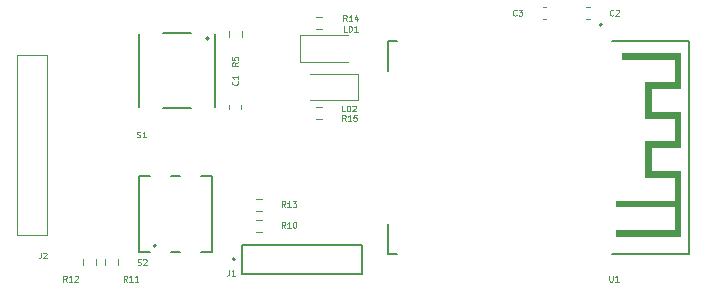
<source format=gbr>
%TF.GenerationSoftware,KiCad,Pcbnew,8.0.5*%
%TF.CreationDate,2024-11-30T18:41:16+03:00*%
%TF.ProjectId,pmod_esp32_4_layer.kicad_sch,706d6f64-5f65-4737-9033-325f345f6c61,rev?*%
%TF.SameCoordinates,Original*%
%TF.FileFunction,Legend,Top*%
%TF.FilePolarity,Positive*%
%FSLAX46Y46*%
G04 Gerber Fmt 4.6, Leading zero omitted, Abs format (unit mm)*
G04 Created by KiCad (PCBNEW 8.0.5) date 2024-11-30 18:41:16*
%MOMM*%
%LPD*%
G01*
G04 APERTURE LIST*
%ADD10C,0.100000*%
%ADD11C,0.120000*%
%ADD12C,0.127000*%
%ADD13C,0.200000*%
%ADD14C,0.010000*%
G04 APERTURE END LIST*
D10*
X148266071Y-111676109D02*
X148099405Y-111438014D01*
X147980357Y-111676109D02*
X147980357Y-111176109D01*
X147980357Y-111176109D02*
X148170833Y-111176109D01*
X148170833Y-111176109D02*
X148218452Y-111199919D01*
X148218452Y-111199919D02*
X148242262Y-111223728D01*
X148242262Y-111223728D02*
X148266071Y-111271347D01*
X148266071Y-111271347D02*
X148266071Y-111342776D01*
X148266071Y-111342776D02*
X148242262Y-111390395D01*
X148242262Y-111390395D02*
X148218452Y-111414204D01*
X148218452Y-111414204D02*
X148170833Y-111438014D01*
X148170833Y-111438014D02*
X147980357Y-111438014D01*
X148742262Y-111676109D02*
X148456548Y-111676109D01*
X148599405Y-111676109D02*
X148599405Y-111176109D01*
X148599405Y-111176109D02*
X148551786Y-111247538D01*
X148551786Y-111247538D02*
X148504167Y-111295157D01*
X148504167Y-111295157D02*
X148456548Y-111318966D01*
X149051785Y-111176109D02*
X149099404Y-111176109D01*
X149099404Y-111176109D02*
X149147023Y-111199919D01*
X149147023Y-111199919D02*
X149170833Y-111223728D01*
X149170833Y-111223728D02*
X149194642Y-111271347D01*
X149194642Y-111271347D02*
X149218452Y-111366585D01*
X149218452Y-111366585D02*
X149218452Y-111485633D01*
X149218452Y-111485633D02*
X149194642Y-111580871D01*
X149194642Y-111580871D02*
X149170833Y-111628490D01*
X149170833Y-111628490D02*
X149147023Y-111652300D01*
X149147023Y-111652300D02*
X149099404Y-111676109D01*
X149099404Y-111676109D02*
X149051785Y-111676109D01*
X149051785Y-111676109D02*
X149004166Y-111652300D01*
X149004166Y-111652300D02*
X148980357Y-111628490D01*
X148980357Y-111628490D02*
X148956547Y-111580871D01*
X148956547Y-111580871D02*
X148932738Y-111485633D01*
X148932738Y-111485633D02*
X148932738Y-111366585D01*
X148932738Y-111366585D02*
X148956547Y-111271347D01*
X148956547Y-111271347D02*
X148980357Y-111223728D01*
X148980357Y-111223728D02*
X149004166Y-111199919D01*
X149004166Y-111199919D02*
X149051785Y-111176109D01*
X148266071Y-109926109D02*
X148099405Y-109688014D01*
X147980357Y-109926109D02*
X147980357Y-109426109D01*
X147980357Y-109426109D02*
X148170833Y-109426109D01*
X148170833Y-109426109D02*
X148218452Y-109449919D01*
X148218452Y-109449919D02*
X148242262Y-109473728D01*
X148242262Y-109473728D02*
X148266071Y-109521347D01*
X148266071Y-109521347D02*
X148266071Y-109592776D01*
X148266071Y-109592776D02*
X148242262Y-109640395D01*
X148242262Y-109640395D02*
X148218452Y-109664204D01*
X148218452Y-109664204D02*
X148170833Y-109688014D01*
X148170833Y-109688014D02*
X147980357Y-109688014D01*
X148742262Y-109926109D02*
X148456548Y-109926109D01*
X148599405Y-109926109D02*
X148599405Y-109426109D01*
X148599405Y-109426109D02*
X148551786Y-109497538D01*
X148551786Y-109497538D02*
X148504167Y-109545157D01*
X148504167Y-109545157D02*
X148456548Y-109568966D01*
X148908928Y-109426109D02*
X149218452Y-109426109D01*
X149218452Y-109426109D02*
X149051785Y-109616585D01*
X149051785Y-109616585D02*
X149123214Y-109616585D01*
X149123214Y-109616585D02*
X149170833Y-109640395D01*
X149170833Y-109640395D02*
X149194642Y-109664204D01*
X149194642Y-109664204D02*
X149218452Y-109711823D01*
X149218452Y-109711823D02*
X149218452Y-109830871D01*
X149218452Y-109830871D02*
X149194642Y-109878490D01*
X149194642Y-109878490D02*
X149170833Y-109902300D01*
X149170833Y-109902300D02*
X149123214Y-109926109D01*
X149123214Y-109926109D02*
X148980357Y-109926109D01*
X148980357Y-109926109D02*
X148932738Y-109902300D01*
X148932738Y-109902300D02*
X148908928Y-109878490D01*
X134878571Y-116226109D02*
X134711905Y-115988014D01*
X134592857Y-116226109D02*
X134592857Y-115726109D01*
X134592857Y-115726109D02*
X134783333Y-115726109D01*
X134783333Y-115726109D02*
X134830952Y-115749919D01*
X134830952Y-115749919D02*
X134854762Y-115773728D01*
X134854762Y-115773728D02*
X134878571Y-115821347D01*
X134878571Y-115821347D02*
X134878571Y-115892776D01*
X134878571Y-115892776D02*
X134854762Y-115940395D01*
X134854762Y-115940395D02*
X134830952Y-115964204D01*
X134830952Y-115964204D02*
X134783333Y-115988014D01*
X134783333Y-115988014D02*
X134592857Y-115988014D01*
X135354762Y-116226109D02*
X135069048Y-116226109D01*
X135211905Y-116226109D02*
X135211905Y-115726109D01*
X135211905Y-115726109D02*
X135164286Y-115797538D01*
X135164286Y-115797538D02*
X135116667Y-115845157D01*
X135116667Y-115845157D02*
X135069048Y-115868966D01*
X135830952Y-116226109D02*
X135545238Y-116226109D01*
X135688095Y-116226109D02*
X135688095Y-115726109D01*
X135688095Y-115726109D02*
X135640476Y-115797538D01*
X135640476Y-115797538D02*
X135592857Y-115845157D01*
X135592857Y-115845157D02*
X135545238Y-115868966D01*
X167854166Y-93678490D02*
X167830357Y-93702300D01*
X167830357Y-93702300D02*
X167758928Y-93726109D01*
X167758928Y-93726109D02*
X167711309Y-93726109D01*
X167711309Y-93726109D02*
X167639881Y-93702300D01*
X167639881Y-93702300D02*
X167592262Y-93654680D01*
X167592262Y-93654680D02*
X167568452Y-93607061D01*
X167568452Y-93607061D02*
X167544643Y-93511823D01*
X167544643Y-93511823D02*
X167544643Y-93440395D01*
X167544643Y-93440395D02*
X167568452Y-93345157D01*
X167568452Y-93345157D02*
X167592262Y-93297538D01*
X167592262Y-93297538D02*
X167639881Y-93249919D01*
X167639881Y-93249919D02*
X167711309Y-93226109D01*
X167711309Y-93226109D02*
X167758928Y-93226109D01*
X167758928Y-93226109D02*
X167830357Y-93249919D01*
X167830357Y-93249919D02*
X167854166Y-93273728D01*
X168020833Y-93226109D02*
X168330357Y-93226109D01*
X168330357Y-93226109D02*
X168163690Y-93416585D01*
X168163690Y-93416585D02*
X168235119Y-93416585D01*
X168235119Y-93416585D02*
X168282738Y-93440395D01*
X168282738Y-93440395D02*
X168306547Y-93464204D01*
X168306547Y-93464204D02*
X168330357Y-93511823D01*
X168330357Y-93511823D02*
X168330357Y-93630871D01*
X168330357Y-93630871D02*
X168306547Y-93678490D01*
X168306547Y-93678490D02*
X168282738Y-93702300D01*
X168282738Y-93702300D02*
X168235119Y-93726109D01*
X168235119Y-93726109D02*
X168092262Y-93726109D01*
X168092262Y-93726109D02*
X168044643Y-93702300D01*
X168044643Y-93702300D02*
X168020833Y-93678490D01*
X175706547Y-115726109D02*
X175706547Y-116130871D01*
X175706547Y-116130871D02*
X175730357Y-116178490D01*
X175730357Y-116178490D02*
X175754166Y-116202300D01*
X175754166Y-116202300D02*
X175801785Y-116226109D01*
X175801785Y-116226109D02*
X175897023Y-116226109D01*
X175897023Y-116226109D02*
X175944642Y-116202300D01*
X175944642Y-116202300D02*
X175968452Y-116178490D01*
X175968452Y-116178490D02*
X175992261Y-116130871D01*
X175992261Y-116130871D02*
X175992261Y-115726109D01*
X176492262Y-116226109D02*
X176206548Y-116226109D01*
X176349405Y-116226109D02*
X176349405Y-115726109D01*
X176349405Y-115726109D02*
X176301786Y-115797538D01*
X176301786Y-115797538D02*
X176254167Y-115845157D01*
X176254167Y-115845157D02*
X176206548Y-115868966D01*
X129778571Y-116226109D02*
X129611905Y-115988014D01*
X129492857Y-116226109D02*
X129492857Y-115726109D01*
X129492857Y-115726109D02*
X129683333Y-115726109D01*
X129683333Y-115726109D02*
X129730952Y-115749919D01*
X129730952Y-115749919D02*
X129754762Y-115773728D01*
X129754762Y-115773728D02*
X129778571Y-115821347D01*
X129778571Y-115821347D02*
X129778571Y-115892776D01*
X129778571Y-115892776D02*
X129754762Y-115940395D01*
X129754762Y-115940395D02*
X129730952Y-115964204D01*
X129730952Y-115964204D02*
X129683333Y-115988014D01*
X129683333Y-115988014D02*
X129492857Y-115988014D01*
X130254762Y-116226109D02*
X129969048Y-116226109D01*
X130111905Y-116226109D02*
X130111905Y-115726109D01*
X130111905Y-115726109D02*
X130064286Y-115797538D01*
X130064286Y-115797538D02*
X130016667Y-115845157D01*
X130016667Y-115845157D02*
X129969048Y-115868966D01*
X130445238Y-115773728D02*
X130469047Y-115749919D01*
X130469047Y-115749919D02*
X130516666Y-115726109D01*
X130516666Y-115726109D02*
X130635714Y-115726109D01*
X130635714Y-115726109D02*
X130683333Y-115749919D01*
X130683333Y-115749919D02*
X130707142Y-115773728D01*
X130707142Y-115773728D02*
X130730952Y-115821347D01*
X130730952Y-115821347D02*
X130730952Y-115868966D01*
X130730952Y-115868966D02*
X130707142Y-115940395D01*
X130707142Y-115940395D02*
X130421428Y-116226109D01*
X130421428Y-116226109D02*
X130730952Y-116226109D01*
X144228490Y-99283333D02*
X144252300Y-99307142D01*
X144252300Y-99307142D02*
X144276109Y-99378571D01*
X144276109Y-99378571D02*
X144276109Y-99426190D01*
X144276109Y-99426190D02*
X144252300Y-99497618D01*
X144252300Y-99497618D02*
X144204680Y-99545237D01*
X144204680Y-99545237D02*
X144157061Y-99569047D01*
X144157061Y-99569047D02*
X144061823Y-99592856D01*
X144061823Y-99592856D02*
X143990395Y-99592856D01*
X143990395Y-99592856D02*
X143895157Y-99569047D01*
X143895157Y-99569047D02*
X143847538Y-99545237D01*
X143847538Y-99545237D02*
X143799919Y-99497618D01*
X143799919Y-99497618D02*
X143776109Y-99426190D01*
X143776109Y-99426190D02*
X143776109Y-99378571D01*
X143776109Y-99378571D02*
X143799919Y-99307142D01*
X143799919Y-99307142D02*
X143823728Y-99283333D01*
X144276109Y-98807142D02*
X144276109Y-99092856D01*
X144276109Y-98949999D02*
X143776109Y-98949999D01*
X143776109Y-98949999D02*
X143847538Y-98997618D01*
X143847538Y-98997618D02*
X143895157Y-99045237D01*
X143895157Y-99045237D02*
X143918966Y-99092856D01*
X127570833Y-113776109D02*
X127570833Y-114133252D01*
X127570833Y-114133252D02*
X127547024Y-114204680D01*
X127547024Y-114204680D02*
X127499405Y-114252300D01*
X127499405Y-114252300D02*
X127427976Y-114276109D01*
X127427976Y-114276109D02*
X127380357Y-114276109D01*
X127785119Y-113823728D02*
X127808928Y-113799919D01*
X127808928Y-113799919D02*
X127856547Y-113776109D01*
X127856547Y-113776109D02*
X127975595Y-113776109D01*
X127975595Y-113776109D02*
X128023214Y-113799919D01*
X128023214Y-113799919D02*
X128047023Y-113823728D01*
X128047023Y-113823728D02*
X128070833Y-113871347D01*
X128070833Y-113871347D02*
X128070833Y-113918966D01*
X128070833Y-113918966D02*
X128047023Y-113990395D01*
X128047023Y-113990395D02*
X127761309Y-114276109D01*
X127761309Y-114276109D02*
X128070833Y-114276109D01*
X144276109Y-97683333D02*
X144038014Y-97849999D01*
X144276109Y-97969047D02*
X143776109Y-97969047D01*
X143776109Y-97969047D02*
X143776109Y-97778571D01*
X143776109Y-97778571D02*
X143799919Y-97730952D01*
X143799919Y-97730952D02*
X143823728Y-97707142D01*
X143823728Y-97707142D02*
X143871347Y-97683333D01*
X143871347Y-97683333D02*
X143942776Y-97683333D01*
X143942776Y-97683333D02*
X143990395Y-97707142D01*
X143990395Y-97707142D02*
X144014204Y-97730952D01*
X144014204Y-97730952D02*
X144038014Y-97778571D01*
X144038014Y-97778571D02*
X144038014Y-97969047D01*
X143776109Y-97230952D02*
X143776109Y-97469047D01*
X143776109Y-97469047D02*
X144014204Y-97492856D01*
X144014204Y-97492856D02*
X143990395Y-97469047D01*
X143990395Y-97469047D02*
X143966585Y-97421428D01*
X143966585Y-97421428D02*
X143966585Y-97302380D01*
X143966585Y-97302380D02*
X143990395Y-97254761D01*
X143990395Y-97254761D02*
X144014204Y-97230952D01*
X144014204Y-97230952D02*
X144061823Y-97207142D01*
X144061823Y-97207142D02*
X144180871Y-97207142D01*
X144180871Y-97207142D02*
X144228490Y-97230952D01*
X144228490Y-97230952D02*
X144252300Y-97254761D01*
X144252300Y-97254761D02*
X144276109Y-97302380D01*
X144276109Y-97302380D02*
X144276109Y-97421428D01*
X144276109Y-97421428D02*
X144252300Y-97469047D01*
X144252300Y-97469047D02*
X144228490Y-97492856D01*
X153316666Y-101826109D02*
X153078571Y-101826109D01*
X153078571Y-101826109D02*
X153078571Y-101326109D01*
X153483333Y-101826109D02*
X153483333Y-101326109D01*
X153483333Y-101326109D02*
X153602381Y-101326109D01*
X153602381Y-101326109D02*
X153673809Y-101349919D01*
X153673809Y-101349919D02*
X153721428Y-101397538D01*
X153721428Y-101397538D02*
X153745238Y-101445157D01*
X153745238Y-101445157D02*
X153769047Y-101540395D01*
X153769047Y-101540395D02*
X153769047Y-101611823D01*
X153769047Y-101611823D02*
X153745238Y-101707061D01*
X153745238Y-101707061D02*
X153721428Y-101754680D01*
X153721428Y-101754680D02*
X153673809Y-101802300D01*
X153673809Y-101802300D02*
X153602381Y-101826109D01*
X153602381Y-101826109D02*
X153483333Y-101826109D01*
X153959524Y-101373728D02*
X153983333Y-101349919D01*
X153983333Y-101349919D02*
X154030952Y-101326109D01*
X154030952Y-101326109D02*
X154150000Y-101326109D01*
X154150000Y-101326109D02*
X154197619Y-101349919D01*
X154197619Y-101349919D02*
X154221428Y-101373728D01*
X154221428Y-101373728D02*
X154245238Y-101421347D01*
X154245238Y-101421347D02*
X154245238Y-101468966D01*
X154245238Y-101468966D02*
X154221428Y-101540395D01*
X154221428Y-101540395D02*
X153935714Y-101826109D01*
X153935714Y-101826109D02*
X154245238Y-101826109D01*
X153378571Y-102626109D02*
X153211905Y-102388014D01*
X153092857Y-102626109D02*
X153092857Y-102126109D01*
X153092857Y-102126109D02*
X153283333Y-102126109D01*
X153283333Y-102126109D02*
X153330952Y-102149919D01*
X153330952Y-102149919D02*
X153354762Y-102173728D01*
X153354762Y-102173728D02*
X153378571Y-102221347D01*
X153378571Y-102221347D02*
X153378571Y-102292776D01*
X153378571Y-102292776D02*
X153354762Y-102340395D01*
X153354762Y-102340395D02*
X153330952Y-102364204D01*
X153330952Y-102364204D02*
X153283333Y-102388014D01*
X153283333Y-102388014D02*
X153092857Y-102388014D01*
X153854762Y-102626109D02*
X153569048Y-102626109D01*
X153711905Y-102626109D02*
X153711905Y-102126109D01*
X153711905Y-102126109D02*
X153664286Y-102197538D01*
X153664286Y-102197538D02*
X153616667Y-102245157D01*
X153616667Y-102245157D02*
X153569048Y-102268966D01*
X154307142Y-102126109D02*
X154069047Y-102126109D01*
X154069047Y-102126109D02*
X154045238Y-102364204D01*
X154045238Y-102364204D02*
X154069047Y-102340395D01*
X154069047Y-102340395D02*
X154116666Y-102316585D01*
X154116666Y-102316585D02*
X154235714Y-102316585D01*
X154235714Y-102316585D02*
X154283333Y-102340395D01*
X154283333Y-102340395D02*
X154307142Y-102364204D01*
X154307142Y-102364204D02*
X154330952Y-102411823D01*
X154330952Y-102411823D02*
X154330952Y-102530871D01*
X154330952Y-102530871D02*
X154307142Y-102578490D01*
X154307142Y-102578490D02*
X154283333Y-102602300D01*
X154283333Y-102602300D02*
X154235714Y-102626109D01*
X154235714Y-102626109D02*
X154116666Y-102626109D01*
X154116666Y-102626109D02*
X154069047Y-102602300D01*
X154069047Y-102602300D02*
X154045238Y-102578490D01*
X153478571Y-94176109D02*
X153311905Y-93938014D01*
X153192857Y-94176109D02*
X153192857Y-93676109D01*
X153192857Y-93676109D02*
X153383333Y-93676109D01*
X153383333Y-93676109D02*
X153430952Y-93699919D01*
X153430952Y-93699919D02*
X153454762Y-93723728D01*
X153454762Y-93723728D02*
X153478571Y-93771347D01*
X153478571Y-93771347D02*
X153478571Y-93842776D01*
X153478571Y-93842776D02*
X153454762Y-93890395D01*
X153454762Y-93890395D02*
X153430952Y-93914204D01*
X153430952Y-93914204D02*
X153383333Y-93938014D01*
X153383333Y-93938014D02*
X153192857Y-93938014D01*
X153954762Y-94176109D02*
X153669048Y-94176109D01*
X153811905Y-94176109D02*
X153811905Y-93676109D01*
X153811905Y-93676109D02*
X153764286Y-93747538D01*
X153764286Y-93747538D02*
X153716667Y-93795157D01*
X153716667Y-93795157D02*
X153669048Y-93818966D01*
X154383333Y-93842776D02*
X154383333Y-94176109D01*
X154264285Y-93652300D02*
X154145238Y-94009442D01*
X154145238Y-94009442D02*
X154454761Y-94009442D01*
X135766548Y-114802300D02*
X135837976Y-114826109D01*
X135837976Y-114826109D02*
X135957024Y-114826109D01*
X135957024Y-114826109D02*
X136004643Y-114802300D01*
X136004643Y-114802300D02*
X136028452Y-114778490D01*
X136028452Y-114778490D02*
X136052262Y-114730871D01*
X136052262Y-114730871D02*
X136052262Y-114683252D01*
X136052262Y-114683252D02*
X136028452Y-114635633D01*
X136028452Y-114635633D02*
X136004643Y-114611823D01*
X136004643Y-114611823D02*
X135957024Y-114588014D01*
X135957024Y-114588014D02*
X135861786Y-114564204D01*
X135861786Y-114564204D02*
X135814167Y-114540395D01*
X135814167Y-114540395D02*
X135790357Y-114516585D01*
X135790357Y-114516585D02*
X135766548Y-114468966D01*
X135766548Y-114468966D02*
X135766548Y-114421347D01*
X135766548Y-114421347D02*
X135790357Y-114373728D01*
X135790357Y-114373728D02*
X135814167Y-114349919D01*
X135814167Y-114349919D02*
X135861786Y-114326109D01*
X135861786Y-114326109D02*
X135980833Y-114326109D01*
X135980833Y-114326109D02*
X136052262Y-114349919D01*
X136242738Y-114373728D02*
X136266547Y-114349919D01*
X136266547Y-114349919D02*
X136314166Y-114326109D01*
X136314166Y-114326109D02*
X136433214Y-114326109D01*
X136433214Y-114326109D02*
X136480833Y-114349919D01*
X136480833Y-114349919D02*
X136504642Y-114373728D01*
X136504642Y-114373728D02*
X136528452Y-114421347D01*
X136528452Y-114421347D02*
X136528452Y-114468966D01*
X136528452Y-114468966D02*
X136504642Y-114540395D01*
X136504642Y-114540395D02*
X136218928Y-114826109D01*
X136218928Y-114826109D02*
X136528452Y-114826109D01*
X135719048Y-104002300D02*
X135790476Y-104026109D01*
X135790476Y-104026109D02*
X135909524Y-104026109D01*
X135909524Y-104026109D02*
X135957143Y-104002300D01*
X135957143Y-104002300D02*
X135980952Y-103978490D01*
X135980952Y-103978490D02*
X136004762Y-103930871D01*
X136004762Y-103930871D02*
X136004762Y-103883252D01*
X136004762Y-103883252D02*
X135980952Y-103835633D01*
X135980952Y-103835633D02*
X135957143Y-103811823D01*
X135957143Y-103811823D02*
X135909524Y-103788014D01*
X135909524Y-103788014D02*
X135814286Y-103764204D01*
X135814286Y-103764204D02*
X135766667Y-103740395D01*
X135766667Y-103740395D02*
X135742857Y-103716585D01*
X135742857Y-103716585D02*
X135719048Y-103668966D01*
X135719048Y-103668966D02*
X135719048Y-103621347D01*
X135719048Y-103621347D02*
X135742857Y-103573728D01*
X135742857Y-103573728D02*
X135766667Y-103549919D01*
X135766667Y-103549919D02*
X135814286Y-103526109D01*
X135814286Y-103526109D02*
X135933333Y-103526109D01*
X135933333Y-103526109D02*
X136004762Y-103549919D01*
X136480952Y-104026109D02*
X136195238Y-104026109D01*
X136338095Y-104026109D02*
X136338095Y-103526109D01*
X136338095Y-103526109D02*
X136290476Y-103597538D01*
X136290476Y-103597538D02*
X136242857Y-103645157D01*
X136242857Y-103645157D02*
X136195238Y-103668966D01*
X176054166Y-93678490D02*
X176030357Y-93702300D01*
X176030357Y-93702300D02*
X175958928Y-93726109D01*
X175958928Y-93726109D02*
X175911309Y-93726109D01*
X175911309Y-93726109D02*
X175839881Y-93702300D01*
X175839881Y-93702300D02*
X175792262Y-93654680D01*
X175792262Y-93654680D02*
X175768452Y-93607061D01*
X175768452Y-93607061D02*
X175744643Y-93511823D01*
X175744643Y-93511823D02*
X175744643Y-93440395D01*
X175744643Y-93440395D02*
X175768452Y-93345157D01*
X175768452Y-93345157D02*
X175792262Y-93297538D01*
X175792262Y-93297538D02*
X175839881Y-93249919D01*
X175839881Y-93249919D02*
X175911309Y-93226109D01*
X175911309Y-93226109D02*
X175958928Y-93226109D01*
X175958928Y-93226109D02*
X176030357Y-93249919D01*
X176030357Y-93249919D02*
X176054166Y-93273728D01*
X176244643Y-93273728D02*
X176268452Y-93249919D01*
X176268452Y-93249919D02*
X176316071Y-93226109D01*
X176316071Y-93226109D02*
X176435119Y-93226109D01*
X176435119Y-93226109D02*
X176482738Y-93249919D01*
X176482738Y-93249919D02*
X176506547Y-93273728D01*
X176506547Y-93273728D02*
X176530357Y-93321347D01*
X176530357Y-93321347D02*
X176530357Y-93368966D01*
X176530357Y-93368966D02*
X176506547Y-93440395D01*
X176506547Y-93440395D02*
X176220833Y-93726109D01*
X176220833Y-93726109D02*
X176530357Y-93726109D01*
X153466666Y-95076109D02*
X153228571Y-95076109D01*
X153228571Y-95076109D02*
X153228571Y-94576109D01*
X153633333Y-95076109D02*
X153633333Y-94576109D01*
X153633333Y-94576109D02*
X153752381Y-94576109D01*
X153752381Y-94576109D02*
X153823809Y-94599919D01*
X153823809Y-94599919D02*
X153871428Y-94647538D01*
X153871428Y-94647538D02*
X153895238Y-94695157D01*
X153895238Y-94695157D02*
X153919047Y-94790395D01*
X153919047Y-94790395D02*
X153919047Y-94861823D01*
X153919047Y-94861823D02*
X153895238Y-94957061D01*
X153895238Y-94957061D02*
X153871428Y-95004680D01*
X153871428Y-95004680D02*
X153823809Y-95052300D01*
X153823809Y-95052300D02*
X153752381Y-95076109D01*
X153752381Y-95076109D02*
X153633333Y-95076109D01*
X154395238Y-95076109D02*
X154109524Y-95076109D01*
X154252381Y-95076109D02*
X154252381Y-94576109D01*
X154252381Y-94576109D02*
X154204762Y-94647538D01*
X154204762Y-94647538D02*
X154157143Y-94695157D01*
X154157143Y-94695157D02*
X154109524Y-94718966D01*
X143520833Y-115226109D02*
X143520833Y-115583252D01*
X143520833Y-115583252D02*
X143497024Y-115654680D01*
X143497024Y-115654680D02*
X143449405Y-115702300D01*
X143449405Y-115702300D02*
X143377976Y-115726109D01*
X143377976Y-115726109D02*
X143330357Y-115726109D01*
X144020833Y-115726109D02*
X143735119Y-115726109D01*
X143877976Y-115726109D02*
X143877976Y-115226109D01*
X143877976Y-115226109D02*
X143830357Y-115297538D01*
X143830357Y-115297538D02*
X143782738Y-115345157D01*
X143782738Y-115345157D02*
X143735119Y-115368966D01*
D11*
%TO.C,R10*%
X146292224Y-110977500D02*
X145782776Y-110977500D01*
X146292224Y-112022500D02*
X145782776Y-112022500D01*
%TO.C,R13*%
X146292224Y-109227500D02*
X145782776Y-109227500D01*
X146292224Y-110272500D02*
X145782776Y-110272500D01*
%TO.C,R11*%
X133027500Y-114345276D02*
X133027500Y-114854724D01*
X134072500Y-114345276D02*
X134072500Y-114854724D01*
%TO.C,C3*%
X170091233Y-92990000D02*
X170383767Y-92990000D01*
X170091233Y-94010000D02*
X170383767Y-94010000D01*
D12*
%TO.C,U1*%
X156965000Y-95870000D02*
X156965000Y-98370000D01*
X156965000Y-111370000D02*
X156965000Y-113870000D01*
X156965000Y-113870000D02*
X157715000Y-113870000D01*
X157715000Y-95870000D02*
X156965000Y-95870000D01*
X175965000Y-95870000D02*
X182465000Y-95870000D01*
X182465000Y-95870000D02*
X182465000Y-113870000D01*
X182465000Y-113870000D02*
X175965000Y-113870000D01*
D13*
X175090400Y-94505000D02*
G75*
G02*
X174890400Y-94505000I-100000J0D01*
G01*
X174890400Y-94505000D02*
G75*
G02*
X175090400Y-94505000I100000J0D01*
G01*
D14*
X176715000Y-109870000D02*
X176232070Y-109870000D01*
X176232070Y-109378090D01*
X176715000Y-109378090D01*
X176715000Y-109870000D01*
G36*
X176715000Y-109870000D02*
G01*
X176232070Y-109870000D01*
X176232070Y-109378090D01*
X176715000Y-109378090D01*
X176715000Y-109870000D01*
G37*
X176715000Y-112370000D02*
X176240610Y-112370000D01*
X176240610Y-111888870D01*
X176715000Y-111888870D01*
X176715000Y-112370000D01*
G36*
X176715000Y-112370000D02*
G01*
X176240610Y-112370000D01*
X176240610Y-111888870D01*
X176715000Y-111888870D01*
X176715000Y-112370000D01*
G37*
X177215000Y-97370000D02*
X176740400Y-97370000D01*
X176740400Y-96849670D01*
X177215000Y-96849670D01*
X177215000Y-97370000D01*
G36*
X177215000Y-97370000D02*
G01*
X176740400Y-97370000D01*
X176740400Y-96849670D01*
X177215000Y-96849670D01*
X177215000Y-97370000D01*
G37*
X179215000Y-102370000D02*
X178733100Y-102370000D01*
X178733100Y-99361710D01*
X179215000Y-99361710D01*
X179215000Y-102370000D01*
G36*
X179215000Y-102370000D02*
G01*
X178733100Y-102370000D01*
X178733100Y-99361710D01*
X179215000Y-99361710D01*
X179215000Y-102370000D01*
G37*
X179215000Y-107370000D02*
X178765100Y-107370000D01*
X178765100Y-104367912D01*
X179215000Y-104367912D01*
X179215000Y-107370000D01*
G36*
X179215000Y-107370000D02*
G01*
X178765100Y-107370000D01*
X178765100Y-104367912D01*
X179215000Y-104367912D01*
X179215000Y-107370000D01*
G37*
X181215000Y-99870000D02*
X178762400Y-99870000D01*
X178762400Y-99348320D01*
X181215000Y-99348320D01*
X181215000Y-99870000D01*
G36*
X181215000Y-99870000D02*
G01*
X178762400Y-99870000D01*
X178762400Y-99348320D01*
X181215000Y-99348320D01*
X181215000Y-99870000D01*
G37*
X181215000Y-102370000D02*
X178755800Y-102370000D01*
X178755800Y-101859770D01*
X181215000Y-101859770D01*
X181215000Y-102370000D01*
G36*
X181215000Y-102370000D02*
G01*
X178755800Y-102370000D01*
X178755800Y-101859770D01*
X181215000Y-101859770D01*
X181215000Y-102370000D01*
G37*
X181215000Y-104870000D02*
X178763800Y-104870000D01*
X178763800Y-104367966D01*
X181215000Y-104367966D01*
X181215000Y-104870000D01*
G36*
X181215000Y-104870000D02*
G01*
X178763800Y-104870000D01*
X178763800Y-104367966D01*
X181215000Y-104367966D01*
X181215000Y-104870000D01*
G37*
X181215000Y-107370000D02*
X178767800Y-107370000D01*
X178767800Y-106878800D01*
X181215000Y-106878800D01*
X181215000Y-107370000D01*
G36*
X181215000Y-107370000D02*
G01*
X178767800Y-107370000D01*
X178767800Y-106878800D01*
X181215000Y-106878800D01*
X181215000Y-107370000D01*
G37*
X181715000Y-97370000D02*
X177243900Y-97370000D01*
X177243900Y-96847970D01*
X181715000Y-96847970D01*
X181715000Y-97370000D01*
G36*
X181715000Y-97370000D02*
G01*
X177243900Y-97370000D01*
X177243900Y-96847970D01*
X181715000Y-96847970D01*
X181715000Y-97370000D01*
G37*
X181715000Y-99870000D02*
X181231500Y-99870000D01*
X181231500Y-96860890D01*
X181715000Y-96860890D01*
X181715000Y-99870000D01*
G36*
X181715000Y-99870000D02*
G01*
X181231500Y-99870000D01*
X181231500Y-96860890D01*
X181715000Y-96860890D01*
X181715000Y-99870000D01*
G37*
X181715000Y-104870000D02*
X181263800Y-104870000D01*
X181263800Y-101859880D01*
X181715000Y-101859880D01*
X181715000Y-104870000D01*
G36*
X181715000Y-104870000D02*
G01*
X181263800Y-104870000D01*
X181263800Y-101859880D01*
X181715000Y-101859880D01*
X181715000Y-104870000D01*
G37*
X181715000Y-107370000D02*
X180268600Y-107370000D01*
X180268600Y-106877940D01*
X181715000Y-106877940D01*
X181715000Y-107370000D01*
G36*
X181715000Y-107370000D02*
G01*
X180268600Y-107370000D01*
X180268600Y-106877940D01*
X181715000Y-106877940D01*
X181715000Y-107370000D01*
G37*
X181715000Y-112370000D02*
X181228700Y-112370000D01*
X181228700Y-106881570D01*
X181715000Y-106881570D01*
X181715000Y-112370000D01*
G36*
X181715000Y-112370000D02*
G01*
X181228700Y-112370000D01*
X181228700Y-106881570D01*
X181715000Y-106881570D01*
X181715000Y-112370000D01*
G37*
X181715000Y-109870000D02*
X176746100Y-109870000D01*
X176746100Y-109383960D01*
X181715000Y-109383960D01*
X181715000Y-109870000D01*
G36*
X181715000Y-109870000D02*
G01*
X176746100Y-109870000D01*
X176746100Y-109383960D01*
X181715000Y-109383960D01*
X181715000Y-109870000D01*
G37*
X181715000Y-112370000D02*
X176744600Y-112370000D01*
X176744600Y-111890700D01*
X181715000Y-111890700D01*
X181715000Y-112370000D01*
G36*
X181715000Y-112370000D02*
G01*
X176744600Y-112370000D01*
X176744600Y-111890700D01*
X181715000Y-111890700D01*
X181715000Y-112370000D01*
G37*
D11*
%TO.C,R12*%
X131177500Y-114854724D02*
X131177500Y-114345276D01*
X132222500Y-114854724D02*
X132222500Y-114345276D01*
%TO.C,C1*%
X143540000Y-101596267D02*
X143540000Y-101303733D01*
X144560000Y-101596267D02*
X144560000Y-101303733D01*
D10*
%TO.C,J2*%
X125593500Y-97030000D02*
X128133500Y-97030000D01*
X125593500Y-112270000D02*
X125593500Y-97030000D01*
X128133500Y-97030000D02*
X128133500Y-112270000D01*
X128133500Y-112270000D02*
X125593500Y-112270000D01*
D11*
%TO.C,R5*%
X143527500Y-95554724D02*
X143527500Y-95045276D01*
X144572500Y-95554724D02*
X144572500Y-95045276D01*
%TO.C,LD2*%
X150350000Y-100885000D02*
X154410000Y-100885000D01*
X154410000Y-98615000D02*
X150350000Y-98615000D01*
X154410000Y-100885000D02*
X154410000Y-98615000D01*
%TO.C,R15*%
X151354724Y-101427500D02*
X150845276Y-101427500D01*
X151354724Y-102472500D02*
X150845276Y-102472500D01*
%TO.C,R14*%
X150845276Y-93827500D02*
X151354724Y-93827500D01*
X150845276Y-94872500D02*
X151354724Y-94872500D01*
D13*
%TO.C,S2*%
X135887500Y-107300000D02*
X135887500Y-113700000D01*
X135887500Y-113700000D02*
X136827500Y-113700000D01*
X136827500Y-107300000D02*
X135887500Y-107300000D01*
X138597500Y-113700000D02*
X139397500Y-113700000D01*
X139397500Y-107300000D02*
X138597500Y-107300000D01*
X141167500Y-107300000D02*
X142107500Y-107300000D01*
X142107500Y-107300000D02*
X142107500Y-113700000D01*
X142107500Y-113700000D02*
X141167500Y-113700000D01*
X137327500Y-113200000D02*
G75*
G02*
X137127500Y-113200000I-100000J0D01*
G01*
X137127500Y-113200000D02*
G75*
G02*
X137327500Y-113200000I100000J0D01*
G01*
%TO.C,S1*%
X135887500Y-101450000D02*
X135887500Y-95250000D01*
X137887500Y-101550000D02*
X140287500Y-101550000D01*
X140287500Y-95150000D02*
X137887500Y-95150000D01*
X142287500Y-95250000D02*
X142287500Y-101450000D01*
X141787500Y-95650000D02*
G75*
G02*
X141587500Y-95650000I-100000J0D01*
G01*
X141587500Y-95650000D02*
G75*
G02*
X141787500Y-95650000I100000J0D01*
G01*
D11*
%TO.C,C2*%
X174033767Y-92990000D02*
X173741233Y-92990000D01*
X174033767Y-94010000D02*
X173741233Y-94010000D01*
%TO.C,LD1*%
X149490000Y-95365000D02*
X149490000Y-97635000D01*
X149490000Y-97635000D02*
X153550000Y-97635000D01*
X153550000Y-95365000D02*
X149490000Y-95365000D01*
D12*
%TO.C,J1*%
X144577500Y-115555000D02*
X144577500Y-113145000D01*
X154737500Y-113145000D02*
X144577500Y-113145000D01*
X154737500Y-113145000D02*
X154737500Y-115555000D01*
X154737500Y-115555000D02*
X144577500Y-115555000D01*
D13*
X144007500Y-114350000D02*
G75*
G02*
X143807500Y-114350000I-100000J0D01*
G01*
X143807500Y-114350000D02*
G75*
G02*
X144007500Y-114350000I100000J0D01*
G01*
%TD*%
M02*

</source>
